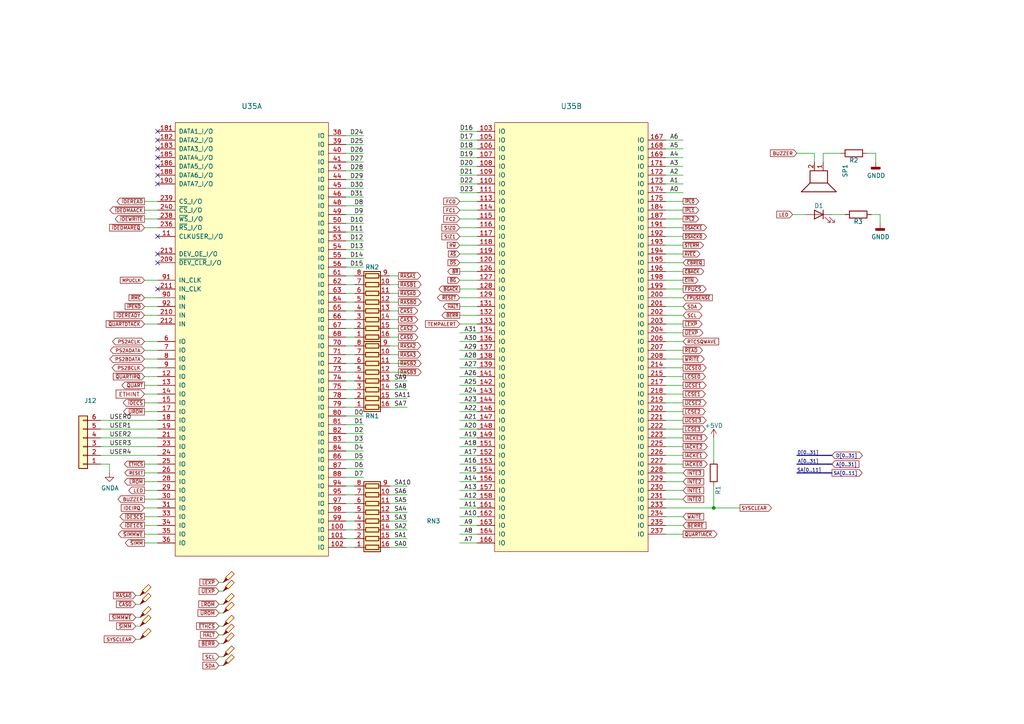
<source format=kicad_sch>
(kicad_sch (version 20211123) (generator eeschema)
  (paper "A4")
  (title_block (title "MAXI030 - 68030 based expandable computer") (date "2021-10-02") (comment 1 "Lawrence Manning"))
  (junction (at 207.01 147.32))
  (no_connect (at 45.72 50.8))
  (no_connect (at 45.72 48.26))
  (no_connect (at 45.72 45.72))
  (no_connect (at 45.72 38.1))
  (no_connect (at 45.72 53.34))
  (no_connect (at 45.72 83.82))
  (no_connect (at 496.57 582.93))
  (no_connect (at 45.72 76.2))
  (no_connect (at 45.72 40.64))
  (no_connect (at 45.72 73.66))
  (no_connect (at 45.72 43.18))
  (no_connect (at 45.72 68.58))
  (wire (pts (xy 251.46 44.45) (xy 254 44.45)))
  (wire (pts (xy 100.33 87.63) (xy 102.87 87.63)))
  (wire (pts (xy 105.41 123.19) (xy 100.33 123.19)))
  (wire (pts (xy 133.35 99.06) (xy 138.43 99.06)))
  (wire (pts (xy 100.33 143.51) (xy 102.87 143.51)))
  (wire (pts (xy 229.87 62.23) (xy 233.68 62.23)))
  (wire (pts (xy 133.35 38.1) (xy 138.43 38.1)))
  (wire (pts (xy 207.01 147.32) (xy 214.63 147.32)))
  (wire (pts (xy 105.41 64.77) (xy 100.33 64.77)))
  (wire (pts (xy 41.91 142.24) (xy 45.72 142.24)))
  (wire (pts (xy 63.5 184.15) (xy 64.77 184.15)))
  (wire (pts (xy 41.91 134.62) (xy 45.72 134.62)))
  (wire (pts (xy 198.12 83.82) (xy 193.04 83.82)))
  (wire (pts (xy 39.37 185.42) (xy 40.64 185.42)))
  (wire (pts (xy 133.35 152.4) (xy 138.43 152.4)))
  (wire (pts (xy 133.35 121.92) (xy 138.43 121.92)))
  (wire (pts (xy 133.35 66.04) (xy 138.43 66.04)))
  (wire (pts (xy 193.04 139.7) (xy 198.12 139.7)))
  (wire (pts (xy 113.03 118.11) (xy 118.11 118.11)))
  (wire (pts (xy 63.5 190.5) (xy 64.77 190.5)))
  (wire (pts (xy 133.35 154.94) (xy 138.43 154.94)))
  (wire (pts (xy 113.03 97.79) (xy 115.57 97.79)))
  (wire (pts (xy 41.91 114.3) (xy 45.72 114.3)))
  (wire (pts (xy 105.41 67.31) (xy 100.33 67.31)))
  (wire (pts (xy 105.41 69.85) (xy 100.33 69.85)))
  (wire (pts (xy 193.04 137.16) (xy 198.12 137.16)))
  (bus (pts (xy 231.14 134.62) (xy 241.3 134.62)))
  (wire (pts (xy 105.41 125.73) (xy 100.33 125.73)))
  (wire (pts (xy 133.35 142.24) (xy 138.43 142.24)))
  (wire (pts (xy 45.72 91.44) (xy 41.91 91.44)))
  (wire (pts (xy 193.04 43.18) (xy 198.12 43.18)))
  (wire (pts (xy 41.91 86.36) (xy 45.72 86.36)))
  (wire (pts (xy 113.03 107.95) (xy 118.11 107.95)))
  (wire (pts (xy 41.91 116.84) (xy 45.72 116.84)))
  (wire (pts (xy 100.33 80.01) (xy 102.87 80.01)))
  (wire (pts (xy 207.01 147.32) (xy 193.04 147.32)))
  (wire (pts (xy 113.03 151.13) (xy 118.11 151.13)))
  (wire (pts (xy 133.35 68.58) (xy 138.43 68.58)))
  (wire (pts (xy 133.35 132.08) (xy 138.43 132.08)))
  (wire (pts (xy 105.41 133.35) (xy 100.33 133.35)))
  (wire (pts (xy 100.33 148.59) (xy 102.87 148.59)))
  (wire (pts (xy 100.33 107.95) (xy 102.87 107.95)))
  (wire (pts (xy 198.12 71.12) (xy 193.04 71.12)))
  (wire (pts (xy 113.03 156.21) (xy 118.11 156.21)))
  (wire (pts (xy 198.12 129.54) (xy 193.04 129.54)))
  (wire (pts (xy 100.33 100.33) (xy 102.87 100.33)))
  (wire (pts (xy 100.33 113.03) (xy 102.87 113.03)))
  (wire (pts (xy 193.04 66.04) (xy 198.12 66.04)))
  (wire (pts (xy 41.91 104.14) (xy 45.72 104.14)))
  (wire (pts (xy 40.64 172.72) (xy 39.37 172.72)))
  (wire (pts (xy 105.41 46.99) (xy 100.33 46.99)))
  (wire (pts (xy 40.64 175.26) (xy 39.37 175.26)))
  (wire (pts (xy 133.35 111.76) (xy 138.43 111.76)))
  (wire (pts (xy 113.03 148.59) (xy 118.11 148.59)))
  (wire (pts (xy 105.41 49.53) (xy 100.33 49.53)))
  (wire (pts (xy 198.12 114.3) (xy 193.04 114.3)))
  (wire (pts (xy 100.33 85.09) (xy 102.87 85.09)))
  (wire (pts (xy 133.35 147.32) (xy 138.43 147.32)))
  (wire (pts (xy 193.04 154.94) (xy 198.12 154.94)))
  (wire (pts (xy 113.03 158.75) (xy 118.11 158.75)))
  (wire (pts (xy 198.12 93.98) (xy 193.04 93.98)))
  (wire (pts (xy 198.12 152.4) (xy 193.04 152.4)))
  (wire (pts (xy 133.35 83.82) (xy 138.43 83.82)))
  (wire (pts (xy 100.33 151.13) (xy 102.87 151.13)))
  (wire (pts (xy 231.14 44.45) (xy 236.22 44.45)))
  (wire (pts (xy 133.35 139.7) (xy 138.43 139.7)))
  (wire (pts (xy 133.35 109.22) (xy 138.43 109.22)))
  (wire (pts (xy 254 44.45) (xy 254 46.99)))
  (wire (pts (xy 113.03 92.71) (xy 115.57 92.71)))
  (wire (pts (xy 100.33 156.21) (xy 102.87 156.21)))
  (wire (pts (xy 63.5 171.45) (xy 64.77 171.45)))
  (wire (pts (xy 113.03 140.97) (xy 118.11 140.97)))
  (wire (pts (xy 207.01 127) (xy 207.01 133.35)))
  (wire (pts (xy 100.33 105.41) (xy 102.87 105.41)))
  (wire (pts (xy 198.12 86.36) (xy 193.04 86.36)))
  (wire (pts (xy 133.35 63.5) (xy 138.43 63.5)))
  (wire (pts (xy 236.22 44.45) (xy 236.22 46.99)))
  (wire (pts (xy 133.35 81.28) (xy 138.43 81.28)))
  (wire (pts (xy 133.35 86.36) (xy 138.43 86.36)))
  (wire (pts (xy 113.03 85.09) (xy 115.57 85.09)))
  (wire (pts (xy 198.12 124.46) (xy 193.04 124.46)))
  (wire (pts (xy 193.04 78.74) (xy 198.12 78.74)))
  (wire (pts (xy 105.41 72.39) (xy 100.33 72.39)))
  (wire (pts (xy 133.35 78.74) (xy 138.43 78.74)))
  (wire (pts (xy 63.5 193.04) (xy 64.77 193.04)))
  (wire (pts (xy 45.72 121.92) (xy 29.21 121.92)))
  (wire (pts (xy 45.72 63.5) (xy 41.91 63.5)))
  (wire (pts (xy 41.91 137.16) (xy 45.72 137.16)))
  (wire (pts (xy 133.35 119.38) (xy 138.43 119.38)))
  (wire (pts (xy 133.35 96.52) (xy 138.43 96.52)))
  (wire (pts (xy 241.3 62.23) (xy 245.11 62.23)))
  (wire (pts (xy 238.76 46.99) (xy 238.76 44.45)))
  (wire (pts (xy 105.41 39.37) (xy 100.33 39.37)))
  (wire (pts (xy 198.12 101.6) (xy 193.04 101.6)))
  (wire (pts (xy 100.33 92.71) (xy 102.87 92.71)))
  (wire (pts (xy 193.04 68.58) (xy 198.12 68.58)))
  (wire (pts (xy 41.91 157.48) (xy 45.72 157.48)))
  (wire (pts (xy 133.35 134.62) (xy 138.43 134.62)))
  (wire (pts (xy 105.41 128.27) (xy 100.33 128.27)))
  (wire (pts (xy 198.12 127) (xy 193.04 127)))
  (wire (pts (xy 133.35 50.8) (xy 138.43 50.8)))
  (wire (pts (xy 105.41 130.81) (xy 100.33 130.81)))
  (bus (pts (xy 231.14 132.08) (xy 241.3 132.08)))
  (wire (pts (xy 193.04 144.78) (xy 198.12 144.78)))
  (wire (pts (xy 63.5 168.91) (xy 64.77 168.91)))
  (wire (pts (xy 113.03 95.25) (xy 115.57 95.25)))
  (wire (pts (xy 133.35 114.3) (xy 138.43 114.3)))
  (wire (pts (xy 113.03 100.33) (xy 115.57 100.33)))
  (wire (pts (xy 41.91 154.94) (xy 45.72 154.94)))
  (wire (pts (xy 29.21 129.54) (xy 45.72 129.54)))
  (wire (pts (xy 198.12 63.5) (xy 193.04 63.5)))
  (wire (pts (xy 133.35 53.34) (xy 138.43 53.34)))
  (wire (pts (xy 113.03 143.51) (xy 118.11 143.51)))
  (wire (pts (xy 198.12 106.68) (xy 193.04 106.68)))
  (wire (pts (xy 100.33 118.11) (xy 102.87 118.11)))
  (wire (pts (xy 100.33 97.79) (xy 102.87 97.79)))
  (wire (pts (xy 255.27 62.23) (xy 255.27 64.77)))
  (wire (pts (xy 198.12 88.9) (xy 193.04 88.9)))
  (wire (pts (xy 113.03 87.63) (xy 115.57 87.63)))
  (wire (pts (xy 193.04 104.14) (xy 198.12 104.14)))
  (wire (pts (xy 133.35 129.54) (xy 138.43 129.54)))
  (wire (pts (xy 193.04 45.72) (xy 198.12 45.72)))
  (wire (pts (xy 100.33 158.75) (xy 102.87 158.75)))
  (wire (pts (xy 63.5 181.61) (xy 64.77 181.61)))
  (wire (pts (xy 41.91 152.4) (xy 45.72 152.4)))
  (wire (pts (xy 41.91 109.22) (xy 45.72 109.22)))
  (wire (pts (xy 113.03 146.05) (xy 118.11 146.05)))
  (wire (pts (xy 31.75 134.62) (xy 31.75 137.16)))
  (wire (pts (xy 133.35 149.86) (xy 138.43 149.86)))
  (wire (pts (xy 113.03 153.67) (xy 118.11 153.67)))
  (wire (pts (xy 41.91 147.32) (xy 45.72 147.32)))
  (wire (pts (xy 133.35 55.88) (xy 138.43 55.88)))
  (wire (pts (xy 113.03 82.55) (xy 115.57 82.55)))
  (wire (pts (xy 133.35 76.2) (xy 138.43 76.2)))
  (wire (pts (xy 113.03 105.41) (xy 118.11 105.41)))
  (wire (pts (xy 193.04 53.34) (xy 198.12 53.34)))
  (wire (pts (xy 39.37 179.07) (xy 40.64 179.07)))
  (wire (pts (xy 63.5 175.26) (xy 64.77 175.26)))
  (wire (pts (xy 105.41 52.07) (xy 100.33 52.07)))
  (wire (pts (xy 100.33 115.57) (xy 102.87 115.57)))
  (wire (pts (xy 133.35 144.78) (xy 138.43 144.78)))
  (wire (pts (xy 41.91 101.6) (xy 45.72 101.6)))
  (wire (pts (xy 100.33 102.87) (xy 102.87 102.87)))
  (wire (pts (xy 100.33 110.49) (xy 102.87 110.49)))
  (wire (pts (xy 113.03 90.17) (xy 115.57 90.17)))
  (wire (pts (xy 45.72 66.04) (xy 41.91 66.04)))
  (wire (pts (xy 133.35 106.68) (xy 138.43 106.68)))
  (wire (pts (xy 198.12 73.66) (xy 193.04 73.66)))
  (wire (pts (xy 29.21 124.46) (xy 45.72 124.46)))
  (wire (pts (xy 238.76 44.45) (xy 243.84 44.45)))
  (wire (pts (xy 193.04 50.8) (xy 198.12 50.8)))
  (wire (pts (xy 133.35 58.42) (xy 138.43 58.42)))
  (wire (pts (xy 193.04 99.06) (xy 198.12 99.06)))
  (wire (pts (xy 207.01 140.97) (xy 207.01 147.32)))
  (wire (pts (xy 193.04 76.2) (xy 198.12 76.2)))
  (wire (pts (xy 41.91 144.78) (xy 45.72 144.78)))
  (wire (pts (xy 133.35 157.48) (xy 138.43 157.48)))
  (wire (pts (xy 198.12 96.52) (xy 193.04 96.52)))
  (wire (pts (xy 198.12 132.08) (xy 193.04 132.08)))
  (wire (pts (xy 63.5 177.8) (xy 64.77 177.8)))
  (wire (pts (xy 100.33 82.55) (xy 102.87 82.55)))
  (wire (pts (xy 193.04 91.44) (xy 198.12 91.44)))
  (wire (pts (xy 63.5 186.69) (xy 64.77 186.69)))
  (wire (pts (xy 193.04 40.64) (xy 198.12 40.64)))
  (wire (pts (xy 41.91 111.76) (xy 45.72 111.76)))
  (wire (pts (xy 105.41 54.61) (xy 100.33 54.61)))
  (wire (pts (xy 133.35 127) (xy 138.43 127)))
  (wire (pts (xy 252.73 62.23) (xy 255.27 62.23)))
  (wire (pts (xy 100.33 153.67) (xy 102.87 153.67)))
  (wire (pts (xy 198.12 116.84) (xy 193.04 116.84)))
  (wire (pts (xy 198.12 119.38) (xy 193.04 119.38)))
  (wire (pts (xy 105.41 41.91) (xy 100.33 41.91)))
  (wire (pts (xy 41.91 93.98) (xy 45.72 93.98)))
  (wire (pts (xy 193.04 134.62) (xy 198.12 134.62)))
  (wire (pts (xy 100.33 140.97) (xy 102.87 140.97)))
  (wire (pts (xy 45.72 127) (xy 29.21 127)))
  (wire (pts (xy 113.03 115.57) (xy 118.11 115.57)))
  (wire (pts (xy 133.35 73.66) (xy 138.43 73.66)))
  (wire (pts (xy 105.41 62.23) (xy 100.33 62.23)))
  (wire (pts (xy 45.72 58.42) (xy 41.91 58.42)))
  (wire (pts (xy 41.91 88.9) (xy 45.72 88.9)))
  (wire (pts (xy 105.41 120.65) (xy 100.33 120.65)))
  (wire (pts (xy 198.12 60.96) (xy 193.04 60.96)))
  (wire (pts (xy 133.35 104.14) (xy 138.43 104.14)))
  (wire (pts (xy 100.33 95.25) (xy 102.87 95.25)))
  (wire (pts (xy 41.91 99.06) (xy 45.72 99.06)))
  (wire (pts (xy 115.57 102.87) (xy 113.03 102.87)))
  (wire (pts (xy 198.12 58.42) (xy 193.04 58.42)))
  (wire (pts (xy 45.72 132.08) (xy 29.21 132.08)))
  (wire (pts (xy 29.21 134.62) (xy 31.75 134.62)))
  (wire (pts (xy 105.41 57.15) (xy 100.33 57.15)))
  (wire (pts (xy 100.33 90.17) (xy 102.87 90.17)))
  (wire (pts (xy 113.03 80.01) (xy 115.57 80.01)))
  (wire (pts (xy 39.37 181.61) (xy 40.64 181.61)))
  (wire (pts (xy 133.35 40.64) (xy 138.43 40.64)))
  (bus (pts (xy 241.3 137.16) (xy 231.14 137.16)))
  (wire (pts (xy 193.04 142.24) (xy 198.12 142.24)))
  (wire (pts (xy 133.35 101.6) (xy 138.43 101.6)))
  (wire (pts (xy 198.12 111.76) (xy 193.04 111.76)))
  (wire (pts (xy 41.91 81.28) (xy 45.72 81.28)))
  (wire (pts (xy 105.41 44.45) (xy 100.33 44.45)))
  (wire (pts (xy 133.35 137.16) (xy 138.43 137.16)))
  (wire (pts (xy 41.91 149.86) (xy 45.72 149.86)))
  (wire (pts (xy 41.91 119.38) (xy 45.72 119.38)))
  (wire (pts (xy 133.35 45.72) (xy 138.43 45.72)))
  (wire (pts (xy 133.35 43.18) (xy 138.43 43.18)))
  (wire (pts (xy 133.35 48.26) (xy 138.43 48.26)))
  (wire (pts (xy 133.35 93.98) (xy 138.43 93.98)))
  (wire (pts (xy 113.03 110.49) (xy 118.11 110.49)))
  (wire (pts (xy 133.35 71.12) (xy 138.43 71.12)))
  (wire (pts (xy 133.35 91.44) (xy 138.43 91.44)))
  (wire (pts (xy 198.12 81.28) (xy 193.04 81.28)))
  (wire (pts (xy 133.35 60.96) (xy 138.43 60.96)))
  (wire (pts (xy 198.12 109.22) (xy 193.04 109.22)))
  (wire (pts (xy 198.12 149.86) (xy 193.04 149.86)))
  (wire (pts (xy 105.41 74.93) (xy 100.33 74.93)))
  (wire (pts (xy 105.41 138.43) (xy 100.33 138.43)))
  (wire (pts (xy 133.35 116.84) (xy 138.43 116.84)))
  (wire (pts (xy 138.43 88.9) (xy 133.35 88.9)))
  (wire (pts (xy 113.03 113.03) (xy 118.11 113.03)))
  (wire (pts (xy 105.41 59.69) (xy 100.33 59.69)))
  (wire (pts (xy 41.91 139.7) (xy 45.72 139.7)))
  (wire (pts (xy 193.04 48.26) (xy 198.12 48.26)))
  (wire (pts (xy 41.91 106.68) (xy 45.72 106.68)))
  (wire (pts (xy 45.72 60.96) (xy 41.91 60.96)))
  (wire (pts (xy 193.04 55.88) (xy 198.12 55.88)))
  (wire (pts (xy 133.35 124.46) (xy 138.43 124.46)))
  (wire (pts (xy 198.12 121.92) (xy 193.04 121.92)))
  (wire (pts (xy 105.41 135.89) (xy 100.33 135.89)))
  (wire (pts (xy 105.41 77.47) (xy 100.33 77.47)))
  (wire (pts (xy 100.33 146.05) (xy 102.87 146.05)))
  (label "A6" (at 194.31 40.64 0))
  (label "A27" (at 134.62 106.68 0))
  (label "SA11" (at 114.3 115.57 0))
  (label "A13" (at 134.62 142.24 0))
  (label "A25" (at 134.62 111.76 0))
  (label "D3" (at 105.41 128.27 180))
  (label "D17" (at 133.35 40.64 0))
  (label "D22" (at 133.35 53.34 0))
  (label "SA7" (at 114.3 118.11 0))
  (label "SA5" (at 114.3 146.05 0))
  (label "SA4" (at 114.3 148.59 0))
  (label "A16" (at 134.62 134.62 0))
  (label "A17" (at 134.62 132.08 0))
  (label "A10" (at 134.62 149.86 0))
  (label "SA9" (at 114.3 110.49 0))
  (label "A23" (at 134.62 116.84 0))
  (label "D[0..31]" (at 237.49 132.08 180) (effects (font (size 0.9906 0.9906))))
  (label "A30" (at 134.62 99.06 0))
  (label "SA2" (at 114.3 153.67 0))
  (label "A2" (at 194.31 50.8 0))
  (label "D15" (at 105.41 77.47 180))
  (label "A15" (at 134.62 137.16 0))
  (label "USER1" (at 31.75 124.46 0))
  (label "D6" (at 105.41 135.89 180))
  (label "A22" (at 134.62 119.38 0))
  (label "A0" (at 194.31 55.88 0))
  (label "A11" (at 134.62 147.32 0))
  (label "A3" (at 194.31 48.26 0))
  (label "D10" (at 105.41 64.77 180))
  (label "A31" (at 134.62 96.52 0))
  (label "D12" (at 105.41 69.85 180))
  (label "D19" (at 133.35 45.72 0))
  (label "D5" (at 105.41 133.35 180))
  (label "A7" (at 134.62 157.48 0))
  (label "USER3" (at 31.75 129.54 0))
  (label "D26" (at 105.41 44.45 180))
  (label "D20" (at 133.35 48.26 0))
  (label "D7" (at 105.41 138.43 180))
  (label "D25" (at 105.41 41.91 180))
  (label "D11" (at 105.41 67.31 180))
  (label "A[0..31]" (at 237.49 134.62 180) (effects (font (size 0.9906 0.9906))))
  (label "D28" (at 105.41 49.53 180))
  (label "D27" (at 105.41 46.99 180))
  (label "USER2" (at 31.75 127 0))
  (label "D24" (at 105.41 39.37 180))
  (label "D1" (at 105.41 123.19 180))
  (label "D4" (at 105.41 130.81 180))
  (label "D30" (at 105.41 54.61 180))
  (label "D16" (at 133.35 38.1 0))
  (label "A8" (at 134.62 154.94 0))
  (label "A19" (at 134.62 127 0))
  (label "D8" (at 105.41 59.69 180))
  (label "D21" (at 133.35 50.8 0))
  (label "D0" (at 105.41 120.65 180))
  (label "SA10" (at 114.3 140.97 0))
  (label "USER0" (at 31.75 121.92 0))
  (label "A9" (at 134.62 152.4 0))
  (label "A28" (at 134.62 104.14 0))
  (label "SA[0..11]" (at 231.14 137.16 0) (effects (font (size 0.9906 0.9906))))
  (label "SA8" (at 114.3 113.03 0))
  (label "D2" (at 105.41 125.73 180))
  (label "A26" (at 134.62 109.22 0))
  (label "D18" (at 133.35 43.18 0))
  (label "A21" (at 134.62 121.92 0))
  (label "D9" (at 105.41 62.23 180))
  (label "D14" (at 105.41 74.93 180))
  (label "D13" (at 105.41 72.39 180))
  (label "USER4" (at 31.75 132.08 0))
  (label "A5" (at 194.31 43.18 0))
  (label "A12" (at 134.62 144.78 0))
  (label "A1" (at 194.31 53.34 0))
  (label "A20" (at 134.62 124.46 0))
  (label "A18" (at 134.62 129.54 0))
  (label "A29" (at 134.62 101.6 0))
  (label "A24" (at 134.62 114.3 0))
  (label "SA0" (at 114.3 158.75 0))
  (label "D23" (at 133.35 55.88 0))
  (label "SA1" (at 114.3 156.21 0))
  (label "A4" (at 194.31 45.72 0))
  (label "D29" (at 105.41 52.07 180))
  (label "SA6" (at 114.3 143.51 0))
  (label "D31" (at 105.41 57.15 180))
  (label "SA3" (at 114.3 151.13 0))
  (label "A14" (at 134.62 139.7 0))
  (global_label "~{READ}" (shape output) (at 198.12 101.6 0) (effects (font (size 0.9906 0.9906))) (property "Intersheet References" "${INTERSHEET_REFS}" (effects hide)))
  (global_label "~{RASA0}" (shape output) (at 115.57 85.09 0) (effects (font (size 0.9906 0.9906))) (property "Intersheet References" "${INTERSHEET_REFS}" (effects hide)))
  (global_label "~{CBACK}" (shape output) (at 198.12 78.74 0) (effects (font (size 0.889 0.889))) (property "Intersheet References" "${INTERSHEET_REFS}" (effects hide)))
  (global_label "~{IPL2}" (shape output) (at 198.12 63.5 0) (effects (font (size 0.889 0.889))) (property "Intersheet References" "${INTERSHEET_REFS}" (effects hide)))
  (global_label "~{CAS0}" (shape output) (at 115.57 97.79 0) (effects (font (size 0.9906 0.9906))) (property "Intersheet References" "${INTERSHEET_REFS}" (effects hide)))
  (global_label "~{RASB1}" (shape output) (at 115.57 82.55 0) (effects (font (size 0.9906 0.9906))) (property "Intersheet References" "${INTERSHEET_REFS}" (effects hide)))
  (global_label "~{RASB0}" (shape output) (at 115.57 87.63 0) (effects (font (size 0.9906 0.9906))) (property "Intersheet References" "${INTERSHEET_REFS}" (effects hide)))
  (global_label "TEMPALERT" (shape input) (at 133.35 93.98 180) (effects (font (size 0.9906 0.9906))) (property "Intersheet References" "${INTERSHEET_REFS}" (effects hide)))
  (global_label "~{CAS2}" (shape output) (at 115.57 95.25 0) (effects (font (size 0.9906 0.9906))) (property "Intersheet References" "${INTERSHEET_REFS}" (effects hide)))
  (global_label "~{CAS3}" (shape output) (at 115.57 92.71 0) (effects (font (size 0.9906 0.9906))) (property "Intersheet References" "${INTERSHEET_REFS}" (effects hide)))
  (global_label "SYSCLEAR" (shape output) (at 214.63 147.32 0) (effects (font (size 0.9906 0.9906))) (property "Intersheet References" "${INTERSHEET_REFS}" (effects hide)))
  (global_label "~{ETHCS}" (shape output) (at 41.91 134.62 180) (effects (font (size 0.889 0.889))) (property "Intersheet References" "${INTERSHEET_REFS}" (effects hide)))
  (global_label "~{RASB3}" (shape output) (at 115.57 107.95 0) (effects (font (size 0.9906 0.9906))) (property "Intersheet References" "${INTERSHEET_REFS}" (effects hide)))
  (global_label "SCL" (shape input) (at 63.5 190.5 180) (effects (font (size 0.9906 0.9906))) (property "Intersheet References" "${INTERSHEET_REFS}" (effects hide)))
  (global_label "~{SIMM}" (shape input) (at 39.37 181.61 180) (effects (font (size 0.9906 0.9906))) (property "Intersheet References" "${INTERSHEET_REFS}" (effects hide)))
  (global_label "~{SIMMWE}" (shape output) (at 41.91 154.94 180) (effects (font (size 0.9906 0.9906))) (property "Intersheet References" "${INTERSHEET_REFS}" (effects hide)))
  (global_label "~{FPUCS}" (shape output) (at 198.12 83.82 0) (effects (font (size 0.9906 0.9906))) (property "Intersheet References" "${INTERSHEET_REFS}" (effects hide)))
  (global_label "~{AS}" (shape input) (at 133.35 73.66 180) (effects (font (size 0.889 0.889))) (property "Intersheet References" "${INTERSHEET_REFS}" (effects hide)))
  (global_label "~{LCSE3}" (shape output) (at 198.12 124.46 0) (effects (font (size 0.9906 0.9906))) (property "Intersheet References" "${INTERSHEET_REFS}" (effects hide)))
  (global_label "~{RESET}" (shape bidirectional) (at 133.35 86.36 180) (effects (font (size 0.889 0.889))) (property "Intersheet References" "${INTERSHEET_REFS}" (effects hide)))
  (global_label "~{QUARTDTACK}" (shape input) (at 41.91 93.98 180) (effects (font (size 0.9906 0.9906))) (property "Intersheet References" "${INTERSHEET_REFS}" (effects hide)))
  (global_label "~{BERR}" (shape input) (at 63.5 186.69 180) (effects (font (size 0.9906 0.9906))) (property "Intersheet References" "${INTERSHEET_REFS}" (effects hide)))
  (global_label "~{IPL1}" (shape output) (at 198.12 60.96 0) (effects (font (size 0.889 0.889))) (property "Intersheet References" "${INTERSHEET_REFS}" (effects hide)))
  (global_label "LED" (shape output) (at 41.91 142.24 180) (effects (font (size 0.9906 0.9906))) (property "Intersheet References" "${INTERSHEET_REFS}" (effects hide)))
  (global_label "~{IPEND}" (shape input) (at 41.91 88.9 180) (effects (font (size 0.889 0.889))) (property "Intersheet References" "${INTERSHEET_REFS}" (effects hide)))
  (global_label "~{STERM}" (shape output) (at 198.12 71.12 0) (effects (font (size 0.889 0.889))) (property "Intersheet References" "${INTERSHEET_REFS}" (effects hide)))
  (global_label "~{LCSE2}" (shape output) (at 198.12 119.38 0) (effects (font (size 0.9906 0.9906))) (property "Intersheet References" "${INTERSHEET_REFS}" (effects hide)))
  (global_label "SDA" (shape input) (at 63.5 193.04 180) (effects (font (size 0.9906 0.9906))) (property "Intersheet References" "${INTERSHEET_REFS}" (effects hide)))
  (global_label "~{AVEC}" (shape output) (at 198.12 73.66 0) (effects (font (size 0.889 0.889))) (property "Intersheet References" "${INTERSHEET_REFS}" (effects hide)))
  (global_label "~{IDEREAD}" (shape output) (at 41.91 58.42 180) (effects (font (size 0.9906 0.9906))) (property "Intersheet References" "${INTERSHEET_REFS}" (effects hide)))
  (global_label "~{UCSE2}" (shape output) (at 198.12 116.84 0) (effects (font (size 0.9906 0.9906))) (property "Intersheet References" "${INTERSHEET_REFS}" (effects hide)))
  (global_label "~{BG}" (shape input) (at 133.35 81.28 180) (effects (font (size 0.889 0.889))) (property "Intersheet References" "${INTERSHEET_REFS}" (effects hide)))
  (global_label "~{RASA0}" (shape input) (at 39.37 172.72 180) (effects (font (size 0.9906 0.9906))) (property "Intersheet References" "${INTERSHEET_REFS}" (effects hide)))
  (global_label "~{HALT}" (shape output) (at 133.35 88.9 180) (effects (font (size 0.889 0.889))) (property "Intersheet References" "${INTERSHEET_REFS}" (effects hide)))
  (global_label "RTCSQWAVE" (shape input) (at 198.12 99.06 0) (effects (font (size 0.9906 0.9906))) (property "Intersheet References" "${INTERSHEET_REFS}" (effects hide)))
  (global_label "~{RASA2}" (shape output) (at 115.57 100.33 0) (effects (font (size 0.9906 0.9906))) (property "Intersheet References" "${INTERSHEET_REFS}" (effects hide)))
  (global_label "~{LROM}" (shape output) (at 41.91 139.7 180) (effects (font (size 0.9906 0.9906))) (property "Intersheet References" "${INTERSHEET_REFS}" (effects hide)))
  (global_label "SDA" (shape bidirectional) (at 198.12 88.9 0) (effects (font (size 0.9906 0.9906))) (property "Intersheet References" "${INTERSHEET_REFS}" (effects hide)))
  (global_label "~{UROM}" (shape output) (at 41.91 119.38 180) (effects (font (size 0.9906 0.9906))) (property "Intersheet References" "${INTERSHEET_REFS}" (effects hide)))
  (global_label "FC0" (shape input) (at 133.35 58.42 180) (effects (font (size 0.9906 0.9906))) (property "Intersheet References" "${INTERSHEET_REFS}" (effects hide)))
  (global_label "~{INTE0}" (shape input) (at 198.12 144.78 0) (effects (font (size 0.9906 0.9906))) (property "Intersheet References" "${INTERSHEET_REFS}" (effects hide)))
  (global_label "~{IDEREADY}" (shape input) (at 41.91 91.44 180) (effects (font (size 0.9906 0.9906))) (property "Intersheet References" "${INTERSHEET_REFS}" (effects hide)))
  (global_label "PS2BDATA" (shape bidirectional) (at 41.91 104.14 180) (effects (font (size 0.9906 0.9906))) (property "Intersheet References" "${INTERSHEET_REFS}" (effects hide)))
  (global_label "~{UCSE1}" (shape output) (at 198.12 111.76 0) (effects (font (size 0.9906 0.9906))) (property "Intersheet References" "${INTERSHEET_REFS}" (effects hide)))
  (global_label "~{IDEWRITE}" (shape output) (at 41.91 63.5 180) (effects (font (size 0.9906 0.9906))) (property "Intersheet References" "${INTERSHEET_REFS}" (effects hide)))
  (global_label "~{RASA3}" (shape output) (at 115.57 102.87 0) (effects (font (size 0.9906 0.9906))) (property "Intersheet References" "${INTERSHEET_REFS}" (effects hide)))
  (global_label "~{IPL0}" (shape output) (at 198.12 58.42 0) (effects (font (size 0.889 0.889))) (property "Intersheet References" "${INTERSHEET_REFS}" (effects hide)))
  (global_label "~{BGACK}" (shape output) (at 133.35 83.82 180) (effects (font (size 0.889 0.889))) (property "Intersheet References" "${INTERSHEET_REFS}" (effects hide)))
  (global_label "~{QUART}" (shape output) (at 41.91 111.76 180) (effects (font (size 0.9906 0.9906))) (property "Intersheet References" "${INTERSHEET_REFS}" (effects hide)))
  (global_label "BUZZER" (shape input) (at 231.14 44.45 180) (effects (font (size 0.9906 0.9906))) (property "Intersheet References" "${INTERSHEET_REFS}" (effects hide)))
  (global_label "R~{W}" (shape input) (at 133.35 71.12 180) (effects (font (size 0.889 0.889))) (property "Intersheet References" "${INTERSHEET_REFS}" (effects hide)))
  (global_label "~{SIMMWE}" (shape input) (at 39.37 179.07 180) (effects (font (size 0.9906 0.9906))) (property "Intersheet References" "${INTERSHEET_REFS}" (effects hide)))
  (global_label "FC2" (shape input) (at 133.35 63.5 180) (effects (font (size 0.9906 0.9906))) (property "Intersheet References" "${INTERSHEET_REFS}" (effects hide)))
  (global_label "~{IACKE3}" (shape output) (at 198.12 127 0) (effects (font (size 0.9906 0.9906))) (property "Intersheet References" "${INTERSHEET_REFS}" (effects hide)))
  (global_label "~{WRITE}" (shape output) (at 198.12 104.14 0) (effects (font (size 0.9906 0.9906))) (property "Intersheet References" "${INTERSHEET_REFS}" (effects hide)))
  (global_label "SIZ1" (shape input) (at 133.35 68.58 180) (effects (font (size 0.9906 0.9906))) (property "Intersheet References" "${INTERSHEET_REFS}" (effects hide)))
  (global_label "~{HALT}" (shape input) (at 63.5 184.15 180) (effects (font (size 0.9906 0.9906))) (property "Intersheet References" "${INTERSHEET_REFS}" (effects hide)))
  (global_label "~{CBREQ}" (shape input) (at 198.12 76.2 0) (effects (font (size 0.889 0.889))) (property "Intersheet References" "${INTERSHEET_REFS}" (effects hide)))
  (global_label "~{UCSE0}" (shape output) (at 198.12 106.68 0) (effects (font (size 0.9906 0.9906))) (property "Intersheet References" "${INTERSHEET_REFS}" (effects hide)))
  (global_label "~{CAS1}" (shape output) (at 115.57 90.17 0) (effects (font (size 0.9906 0.9906))) (property "Intersheet References" "${INTERSHEET_REFS}" (effects hide)))
  (global_label "~{IDE3CS}" (shape output) (at 41.91 149.86 180) (effects (font (size 0.9906 0.9906))) (property "Intersheet References" "${INTERSHEET_REFS}" (effects hide)))
  (global_label "~{BR}" (shape output) (at 133.35 78.74 180) (effects (font (size 0.889 0.889))) (property "Intersheet References" "${INTERSHEET_REFS}" (effects hide)))
  (global_label "~{LEXP}" (shape input) (at 63.5 168.91 180) (effects (font (size 0.9906 0.9906))) (property "Intersheet References" "${INTERSHEET_REFS}" (effects hide)))
  (global_label "PS2BCLK" (shape bidirectional) (at 41.91 106.68 180) (effects (font (size 0.9906 0.9906))) (property "Intersheet References" "${INTERSHEET_REFS}" (effects hide)))
  (global_label "~{IDE1CS}" (shape output) (at 41.91 152.4 180) (effects (font (size 0.9906 0.9906))) (property "Intersheet References" "${INTERSHEET_REFS}" (effects hide)))
  (global_label "SA[0..11]" (shape output) (at 241.3 137.16 0) (effects (font (size 0.9906 0.9906))) (property "Intersheet References" "${INTERSHEET_REFS}" (effects hide)))
  (global_label "~{ETHCS}" (shape input) (at 63.5 181.61 180) (effects (font (size 0.9906 0.9906))) (property "Intersheet References" "${INTERSHEET_REFS}" (effects hide)))
  (global_label "~{IDECS}" (shape output) (at 41.91 116.84 180) (effects (font (size 0.9906 0.9906))) (property "Intersheet References" "${INTERSHEET_REFS}" (effects hide)))
  (global_label "~{LROM}" (shape input) (at 63.5 175.26 180) (effects (font (size 0.9906 0.9906))) (property "Intersheet References" "${INTERSHEET_REFS}" (effects hide)))
  (global_label "~{UROM}" (shape input) (at 63.5 177.8 180) (effects (font (size 0.9906 0.9906))) (property "Intersheet References" "${INTERSHEET_REFS}" (effects hide)))
  (global_label "~{BERRE}" (shape input) (at 198.12 152.4 0) (effects (font (size 0.9906 0.9906))) (property "Intersheet References" "${INTERSHEET_REFS}" (effects hide)))
  (global_label "~{UCSE3}" (shape output) (at 198.12 121.92 0) (effects (font (size 0.9906 0.9906))) (property "Intersheet References" "${INTERSHEET_REFS}" (effects hide)))
  (global_label "IDEIRQ" (shape input) (at 41.91 147.32 180) (effects (font (size 0.9906 0.9906))) (property "Intersheet References" "${INTERSHEET_REFS}" (effects hide)))
  (global_label "SCL" (shape bidirectional) (at 198.12 91.44 0) (effects (font (size 0.9906 0.9906))) (property "Intersheet References" "${INTERSHEET_REFS}" (effects hide)))
  (global_label "FC1" (shape input) (at 133.35 60.96 180) (effects (font (size 0.9906 0.9906))) (property "Intersheet References" "${INTERSHEET_REFS}" (effects hide)))
  (global_label "~{WAITE}" (shape input) (at 198.12 149.86 0) (effects (font (size 0.9906 0.9906))) (property "Intersheet References" "${INTERSHEET_REFS}" (effects hide)))
  (global_label "~{IACKE1}" (shape output) (at 198.12 132.08 0) (effects (font (size 0.9906 0.9906))) (property "Intersheet References" "${INTERSHEET_REFS}" (effects hide)))
  (global_label "~{IACKE0}" (shape output) (at 198.12 134.62 0) (effects (font (size 0.9906 0.9906))) (property "Intersheet References" "${INTERSHEET_REFS}" (effects hide)))
  (global_label "A[0..31]" (shape input) (at 241.3 134.62 0) (effects (font (size 0.9906 0.9906))) (property "Intersheet References" "${INTERSHEET_REFS}" (effects hide)))
  (global_label "~{QUARTIACK}" (shape output) (at 198.12 154.94 0) (effects (font (size 0.9906 0.9906))) (property "Intersheet References" "${INTERSHEET_REFS}" (effects hide)))
  (global_label "MPUCLK" (shape input) (at 41.91 81.28 180) (effects (font (size 0.889 0.889))) (property "Intersheet References" "${INTERSHEET_REFS}" (effects hide)))
  (global_label "~{QUARTIRQ}" (shape input) (at 41.91 109.22 180) (effects (font (size 0.9906 0.9906))) (property "Intersheet References" "${INTERSHEET_REFS}" (effects hide)))
  (global_label "PS2ADATA" (shape bidirectional) (at 41.91 101.6 180) (effects (font (size 0.9906 0.9906))) (property "Intersheet References" "${INTERSHEET_REFS}" (effects hide)))
  (global_label "D[0..31]" (shape bidirectional) (at 241.3 132.08 0) (effects (font (size 0.9906 0.9906))) (property "Intersheet References" "${INTERSHEET_REFS}" (effects hide)))
  (global_label "~{IACKE2}" (shape output) (at 198.12 129.54 0) (effects (font (size 0.9906 0.9906))) (property "Intersheet References" "${INTERSHEET_REFS}" (effects hide)))
  (global_label "~{BERR}" (shape output) (at 133.35 91.44 180) (effects (font (size 0.889 0.889))) (property "Intersheet References" "${INTERSHEET_REFS}" (effects hide)))
  (global_label "ETHINT" (shape input) (at 41.91 114.3 180) (effects (font (size 1.1938 1.1938))) (property "Intersheet References" "${INTERSHEET_REFS}" (effects hide)))
  (global_label "~{SIMM}" (shape output) (at 41.91 157.48 180) (effects (font (size 0.9906 0.9906))) (property "Intersheet References" "${INTERSHEET_REFS}" (effects hide)))
  (global_label "~{CIIN}" (shape output) (at 198.12 81.28 0) (effects (font (size 0.889 0.889))) (property "Intersheet References" "${INTERSHEET_REFS}" (effects hide)))
  (global_label "LED" (shape input) (at 229.87 62.23 180) (effects (font (size 0.9906 0.9906))) (property "Intersheet References" "${INTERSHEET_REFS}" (effects hide)))
  (global_label "~{UEXP}" (shape input) (at 63.5 171.45 180) (effects (font (size 0.9906 0.9906))) (property "Intersheet References" "${INTERSHEET_REFS}" (effects hide)))
  (global_label "~{RMC}" (shape input) (at 41.91 86.36 180) (effects (font (size 0.889 0.889))) (property "Intersheet References" "${INTERSHEET_REFS}" (effects hide)))
  (global_label "BUZZER" (shape output) (at 41.91 144.78 180) (effects (font (size 0.9906 0.9906))) (property "Intersheet References" "${INTERSHEET_REFS}" (effects hide)))
  (global_label "~{RASB2}" (shape output) (at 115.57 105.41 0) (effects (font (size 0.9906 0.9906))) (property "Intersheet References" "${INTERSHEET_REFS}" (effects hide)))
  (global_label "PS2ACLK" (shape bidirectional) (at 41.91 99.06 180) (effects (font (size 0.9906 0.9906))) (property "Intersheet References" "${INTERSHEET_REFS}" (effects hide)))
  (global_label "~{DSACK0}" (shape output) (at 198.12 68.58 0) (effects (font (size 0.889 0.889))) (property "Intersheet References" "${INTERSHEET_REFS}" (effects hide)))
  (global_label "~{LCSE0}" (shape output) (at 198.12 109.22 0) (effects (font (size 0.9906 0.9906))) (property "Intersheet References" "${INTERSHEET_REFS}" (effects hide)))
  (global_label "~{INTE1}" (shape input) (at 198.12 142.24 0) (effects (font (size 0.9906 0.9906))) (property "Intersheet References" "${INTERSHEET_REFS}" (effects hide)))
  (global_label "~{LCSE1}" (shape output) (at 198.12 114.3 0) (effects (font (size 0.9906 0.9906))) (property "Intersheet References" "${INTERSHEET_REFS}" (effects hide)))
  (global_label "~{LEXP}" (shape output) (at 198.12 93.98 0) (effects (font (size 0.9906 0.9906))) (property "Intersheet References" "${INTERSHEET_REFS}" (effects hide)))
  (global_label "SYSCLEAR" (shape input) (at 39.37 185.42 180) (effects (font (size 0.9906 0.9906))) (property "Intersheet References" "${INTERSHEET_REFS}" (effects hide)))
  (global_label "~{UEXP}" (shape output) (at 198.12 96.52 0) (effects (font (size 0.9906 0.9906))) (property "Intersheet References" "${INTERSHEET_REFS}" (effects hide)))
  (global_label "~{INTE2}" (shape input) (at 198.12 139.7 0) (effects (font (size 0.9906 0.9906))) (property "Intersheet References" "${INTERSHEET_REFS}" (effects hide)))
  (global_label "~{IDEDMAREQ}" (shape input) (at 41.91 66.04 180) (effects (font (size 0.9906 0.9906))) (property "Intersheet References" "${INTERSHEET_REFS}" (effects hide)))
  (global_label "~{IDEDMAACK}" (shape output) (at 41.91 60.96 180) (effects (font (size 0.9906 0.9906))) (property "Intersheet References" "${INTERSHEET_REFS}" (effects hide)))
  (global_label "~{FPUSENSE}" (shape input) (at 198.12 86.36 0) (effects (font (size 0.889 0.889))) (property "Intersheet References" "${INTERSHEET_REFS}" (effects hide)))
  (global_label "~{INTE3}" (shape input) (at 198.12 137.16 0) (effects (font (size 0.9906 0.9906))) (property "Intersheet References" "${INTERSHEET_REFS}" (effects hide)))
  (global_label "~{DSACK1}" (shape output) (at 198.12 66.04 0) (effects (font (size 0.889 0.889))) (property "Intersheet References" "${INTERSHEET_REFS}" (effects hide)))
  (global_label "SIZ0" (shape input) (at 133.35 66.04 180) (effects (font (size 0.9906 0.9906))) (property "Intersheet References" "${INTERSHEET_REFS}" (effects hide)))
  (global_label "~{RASA1}" (shape output) (at 115.57 80.01 0) (effects (font (size 0.9906 0.9906))) (property "Intersheet References" "${INTERSHEET_REFS}" (effects hide)))
  (global_label "~{CAS0}" (shape input) (at 39.37 175.26 180) (effects (font (size 0.9906 0.9906))) (property "Intersheet References" "${INTERSHEET_REFS}" (effects hide)))
  (global_label "~{DS}" (shape input) (at 133.35 76.2 180) (effects (font (size 0.889 0.889))) (property "Intersheet References" "${INTERSHEET_REFS}" (effects hide)))
  (global_label "RESET" (shape output) (at 41.91 137.16 180) (effects (font (size 0.889 0.889))) (property "Intersheet References" "${INTERSHEET_REFS}" (effects hide)))
  (symbol (lib_id "Device:R") (at 248.92 62.23 270) (unit 1)
    (property "Reference" "R3" (at 248.92 64.262 90))
  )
  (symbol (lib_id "Connector:TestPoint_Probe") (at 40.64 181.61 0) (unit 1)
    (property "Reference" "TP?" (effects hide))
  )
  (symbol (lib_id "Connector:TestPoint_Probe") (at 40.64 179.07 0) (unit 1)
    (property "Reference" "TP?" (effects hide))
  )
  (symbol (lib_id "Connector:TestPoint_Probe") (at 40.64 175.26 270) (mirror x) (unit 1)
    (property "Reference" "TP?" (effects hide))
  )
  (symbol (lib_id "Connector_Generic:Conn_01x06") (at 24.13 129.54 180) (unit 1)
    (property "Reference" "J12" (at 26.2128 116.205 0))
  )
  (symbol (lib_id "Connector:TestPoint_Probe") (at 40.64 172.72 270) (mirror x) (unit 1)
    (property "Reference" "TP?" (effects hide))
  )
  (symbol (lib_id "Connector:TestPoint_Probe") (at 64.77 181.61 0) (unit 1)
    (property "Reference" "TP?" (effects hide))
  )
  (symbol (lib_id "Connector:TestPoint_Probe") (at 64.77 177.8 0) (unit 1)
    (property "Reference" "TP?" (effects hide))
  )
  (symbol (lib_id "Connector:TestPoint_Probe") (at 64.77 175.26 0) (unit 1)
    (property "Reference" "TP?" (effects hide))
  )
  (symbol (lib_id "power:GNDA") (at 31.75 137.16 0) (unit 1)
    (property "Reference" "#PWR0180" (effects hide))
  )
  (symbol (lib_id "Connector:TestPoint_Probe") (at 40.64 185.42 0) (unit 1)
    (property "Reference" "TP?" (effects hide))
  )
  (symbol (lib_id "Connector:TestPoint_Probe") (at 64.77 184.15 0) (unit 1)
    (property "Reference" "TP?" (effects hide))
  )
  (symbol (lib_id "Connector:TestPoint_Probe") (at 64.77 186.69 0) (unit 1)
    (property "Reference" "TP?" (effects hide))
  )
  (symbol (lib_id "Connector:TestPoint_Probe") (at 64.77 171.45 0) (unit 1)
    (property "Reference" "TP?" (effects hide))
  )
  (symbol (lib_id "Connector:TestPoint_Probe") (at 64.77 168.91 0) (unit 1)
    (property "Reference" "TP?" (effects hide))
  )
  (symbol (lib_id "power:GNDD") (at 255.27 64.77 0) (unit 1)
    (property "Reference" "#PWR09" (effects hide))
  )
  (symbol (lib_id "Connector:TestPoint_Probe") (at 64.77 190.5 0) (unit 1)
    (property "Reference" "TP?" (effects hide))
  )
  (symbol (lib_id "Connector:TestPoint_Probe") (at 64.77 193.04 0) (unit 1)
    (property "Reference" "TP?" (effects hide))
  )
  (symbol (lib_id "power:GNDD") (at 254 46.99 0) (unit 1)
    (property "Reference" "#PWR08" (effects hide))
  )
  (symbol (lib_id "Device:R_Pack08") (at 107.95 107.95 270) (mirror x) (unit 1)
    (property "Reference" "RN1" (at 107.95 120.65 90))
  )
  (symbol (lib_id "Device:R_Pack08") (at 107.95 87.63 270) (mirror x) (unit 1)
    (property "Reference" "RN2" (at 107.95 77.47 90))
  )
  (symbol (lib_id "Device:R_Pack08") (at 107.95 148.59 270) (mirror x) (unit 1)
    (property "Reference" "RN3" (at 125.73 151.13 90))
  )
  (symbol (lib_id "Aslak:EPF10K130EQC240") (at 72.39 60.96 0) (unit 1)
    (property "Reference" "U35" (at 73.025 30.8102 0) (effects (font (size 1.524 1.524))))
  )
  (symbol (lib_id "Aslak:EPF10K130EQC240") (at 165.1 59.69 0) (unit 2)
    (property "Reference" "U35" (at 165.735 30.8102 0) (effects (font (size 1.524 1.524))))
  )
  (symbol (lib_id "power:+5VD") (at 207.01 127 0) (unit 1)
    (property "Reference" "#PWR?" (effects hide))
  )
  (symbol (lib_id "Device:R") (at 207.01 137.16 0) (unit 1)
    (property "Reference" "R1" (at 208.28 143.51 90) (effects (justify left)))
  )
  (symbol (lib_id "Device:R") (at 247.65 44.45 270) (unit 1)
    (property "Reference" "R2" (at 247.65 46.482 90))
  )
  (symbol (lib_id "Device:LED") (at 237.49 62.23 0) (mirror y) (unit 1)
    (property "Reference" "D1" (at 237.49 59.69 0))
  )
  (symbol (lib_id "Device:Speaker") (at 238.76 52.07 270) (unit 1)
    (property "Reference" "SP1" (at 245.11 49.53 0))
  )
)
</source>
